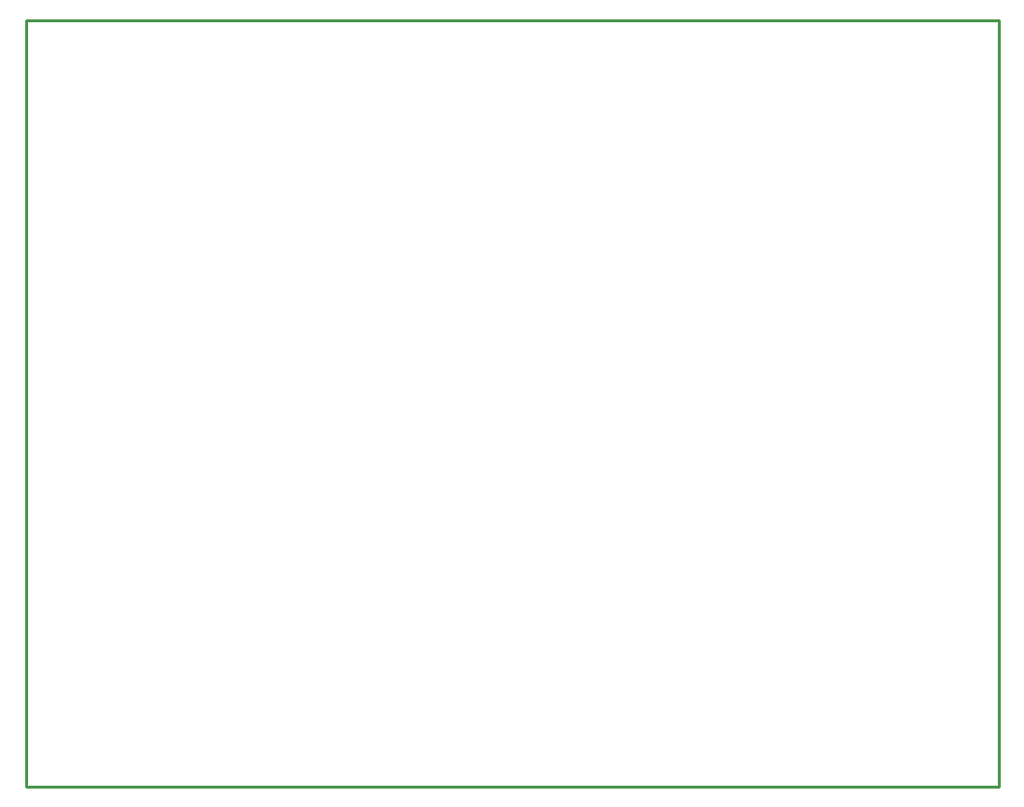
<source format=gbr>
G04 EAGLE Gerber RS-274X export*
G75*
%MOMM*%
%FSLAX34Y34*%
%LPD*%
%IN*%
%IPPOS*%
%AMOC8*
5,1,8,0,0,1.08239X$1,22.5*%
G01*
%ADD10C,0.254000*%


D10*
X90000Y10000D02*
X940000Y10000D01*
X940000Y680000D01*
X90000Y680000D01*
X90000Y10000D01*
M02*

</source>
